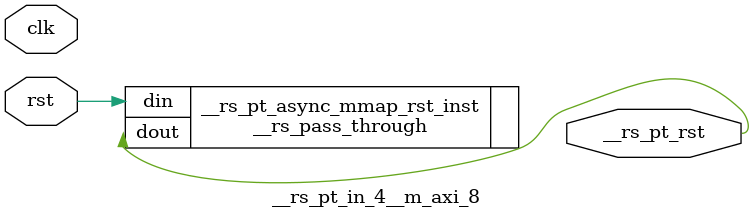
<source format=v>
`timescale 1 ns / 1 ps
/**   Generated by RapidStream   **/
module __rs_pt_in_4__m_axi_8 #(
    parameter BufferSize         = 32,
    parameter BufferSizeLog      = 5,
    parameter AddrWidth          = 64,
    parameter AxiSideAddrWidth   = 64,
    parameter DataWidth          = 512,
    parameter DataWidthBytesLog  = 6,
    parameter WaitTimeWidth      = 4,
    parameter BurstLenWidth      = 8,
    parameter EnableReadChannel  = 1,
    parameter EnableWriteChannel = 1,
    parameter MaxWaitTime        = 3,
    parameter MaxBurstLen        = 15
) (
    output wire __rs_pt_rst,
    input wire  clk,
    input wire  rst
);




__rs_pass_through #(
    .WIDTH (1)
) __rs_pt_async_mmap_rst_inst /**   Generated by RapidStream   **/ (
    .din  (rst),
    .dout (__rs_pt_rst)
);

endmodule  // __rs_pt_in_4__m_axi_8
</source>
